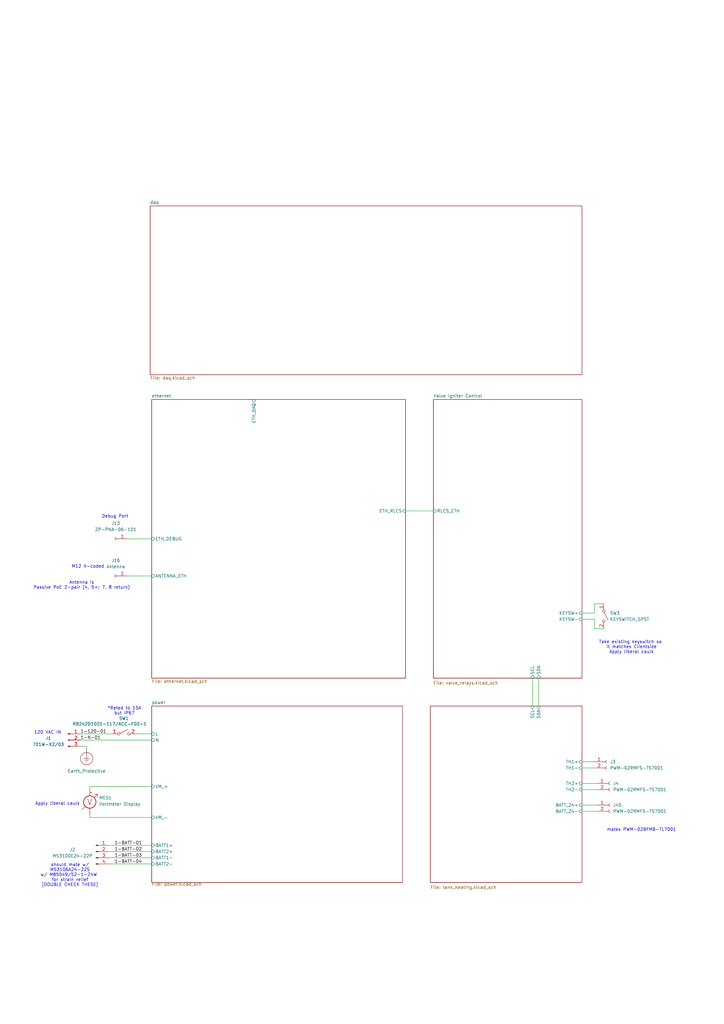
<source format=kicad_sch>
(kicad_sch (version 20231120) (generator "eeschema") (generator_version "8.0")
  (paper "A3" portrait)
  (lib_symbols
    (symbol "Connector:Conn_01x01_Socket" (pin_names (offset 1.016) hide)
      (property "Reference" "J" (at 0 2.54 0))
      (property "Value" "Conn_01x01_Socket" (at 0 -2.54 0))
      (symbol "Conn_01x01_Socket_1_1"
        (polyline (pts (xy -1.27 0) (xy -0.508 0)) (stroke (width 0.1524)))
        (arc (start 0 0.508) (mid -0.5058 0) (end 0 -0.508) (stroke (width 0.1524)))
        (pin passive line (at -5.08 0 0) (length 3.81) (name "Pin_1") (number "1"))
      )
    )
    (symbol "Connector:Conn_01x02_Socket" (pin_names (offset 1.016) hide)
      (property "Reference" "J" (at 0 2.54 0))
      (property "Value" "Conn_01x02_Socket" (at 0 -5.08 0))
      (symbol "Conn_01x02_Socket_1_1"
        (arc (start 0 -2.032) (mid -0.5058 -2.54) (end 0 -3.048) (stroke (width 0.1524)))
        (polyline (pts (xy -1.27 -2.54) (xy -0.508 -2.54)) (stroke (width 0.1524)))
        (polyline (pts (xy -1.27 0) (xy -0.508 0)) (stroke (width 0.1524)))
        (arc (start 0 0.508) (mid -0.5058 0) (end 0 -0.508) (stroke (width 0.1524)))
        (pin passive line (at -5.08 0 0) (length 3.81) (name "Pin_1") (number "1"))
        (pin passive line (at -5.08 -2.54 0) (length 3.81) (name "Pin_2") (number "2"))
      )
    )
    (symbol "Connector:Conn_01x03_Pin" (pin_names (offset 1.016) hide)
      (property "Reference" "J" (at 0 5.08 0))
      (property "Value" "Conn_01x03_Pin" (at 0 -5.08 0))
      (symbol "Conn_01x03_Pin_1_1"
        (polyline (pts (xy 1.27 -2.54) (xy 0.8636 -2.54)) (stroke (width 0.1524)))
        (polyline (pts (xy 1.27 0) (xy 0.8636 0)) (stroke (width 0.1524)))
        (polyline (pts (xy 1.27 2.54) (xy 0.8636 2.54)) (stroke (width 0.1524)))
        (rectangle (start 0.8636 -2.413) (end 0 -2.667) (stroke (width 0.1524)) (fill (type outline)))
        (rectangle (start 0.8636 0.127) (end 0 -0.127) (stroke (width 0.1524)) (fill (type outline)))
        (rectangle (start 0.8636 2.667) (end 0 2.413) (stroke (width 0.1524)) (fill (type outline)))
        (pin passive line (at 5.08 2.54 180) (length 3.81) (name "Pin_1") (number "1"))
        (pin passive line (at 5.08 0 180) (length 3.81) (name "Pin_2") (number "2"))
        (pin passive line (at 5.08 -2.54 180) (length 3.81) (name "Pin_3") (number "3"))
      )
    )
    (symbol "Connector:Conn_01x04_Pin" (pin_names (offset 1.016) hide)
      (property "Reference" "J" (at 0 5.08 0))
      (property "Value" "Conn_01x04_Pin" (at 0 -7.62 0))
      (symbol "Conn_01x04_Pin_1_1"
        (polyline (pts (xy 1.27 -5.08) (xy 0.8636 -5.08)) (stroke (width 0.1524)))
        (polyline (pts (xy 1.27 -2.54) (xy 0.8636 -2.54)) (stroke (width 0.1524)))
        (polyline (pts (xy 1.27 0) (xy 0.8636 0)) (stroke (width 0.1524)))
        (polyline (pts (xy 1.27 2.54) (xy 0.8636 2.54)) (stroke (width 0.1524)))
        (rectangle (start 0.8636 -4.953) (end 0 -5.207) (stroke (width 0.1524)) (fill (type outline)))
        (rectangle (start 0.8636 -2.413) (end 0 -2.667) (stroke (width 0.1524)) (fill (type outline)))
        (rectangle (start 0.8636 0.127) (end 0 -0.127) (stroke (width 0.1524)) (fill (type outline)))
        (rectangle (start 0.8636 2.667) (end 0 2.413) (stroke (width 0.1524)) (fill (type outline)))
        (pin passive line (at 5.08 2.54 180) (length 3.81) (name "Pin_1") (number "1"))
        (pin passive line (at 5.08 0 180) (length 3.81) (name "Pin_2") (number "2"))
        (pin passive line (at 5.08 -2.54 180) (length 3.81) (name "Pin_3") (number "3"))
        (pin passive line (at 5.08 -5.08 180) (length 3.81) (name "Pin_4") (number "4"))
      )
    )
    (symbol "Device:Voltmeter_DC" (pin_numbers hide) (pin_names (offset 0.0254) hide)
      (property "Reference" "MES" (at -3.302 1.016 0))
      (property "Value" "Voltmeter_DC" (at -3.302 -0.762 0))
      (symbol "Voltmeter_DC_0_0"
        (polyline (pts (xy -3.175 -3.175) (xy -1.905 -1.905)))
        (polyline (pts (xy 1.905 1.905) (xy 3.175 3.175)))
        (polyline (pts (xy 1.905 3.175) (xy 3.175 3.175) (xy 3.175 1.905)))
        (text "V" (at 0 0 0) (effects (font (size 2.54 2.54))))
      )
      (symbol "Voltmeter_DC_0_1"
        (polyline (pts (xy 0.254 3.81) (xy 0.762 3.81)))
        (polyline (pts (xy 0.508 4.064) (xy 0.508 3.556)))
        (circle (center 0 0) (radius 2.54) (stroke (width 0.254)))
      )
      (symbol "Voltmeter_DC_1_1"
        (pin passive line (at 0 -5.08 90) (length 2.54) (name "-") (number "1"))
        (pin passive line (at 0 5.08 270) (length 2.54) (name "+") (number "2"))
      )
    )
    (symbol "Switch:SW_SPST" (pin_names (offset 0) hide)
      (property "Reference" "SW" (at 0 3.175 0))
      (property "Value" "SW_SPST" (at 0 -2.54 0))
      (symbol "SW_SPST_0_0"
        (circle (center -2.032 0) (radius 0.508))
        (polyline (pts (xy -1.524 0.254) (xy 1.524 1.778)))
        (circle (center 2.032 0) (radius 0.508))
      )
      (symbol "SW_SPST_1_1"
        (pin passive line (at -5.08 0 0) (length 2.54) (name "A") (number "1"))
        (pin passive line (at 5.08 0 180) (length 2.54) (name "B") (number "2"))
      )
    )
    (symbol "power:Earth_Protective" (power) (pin_numbers hide) (pin_names (offset 0) hide)
      (property "Value" "Earth_Protective" (at 0 -7.62 0))
      (symbol "Earth_Protective_0_1"
        (circle (center 0 -3.81) (radius 2.54))
        (polyline (pts (xy -0.635 -4.445) (xy 0.635 -4.445)))
        (polyline (pts (xy -0.127 -5.08) (xy 0.127 -5.08)))
        (polyline (pts (xy 0 -3.81) (xy 0 0)))
        (polyline (pts (xy 1.27 -3.81) (xy -1.27 -3.81)))
      )
      (symbol "Earth_Protective_1_1"
        (pin power_in line (at 0 0 270) (length 0) (name "~") (number "1"))
      )
    )
  )
  (wire (pts (xy 243.84 251.46) (xy 243.84 247.65)))
  (wire (pts (xy 247.65 257.81) (xy 243.84 257.81)))
  (wire (pts (xy 238.76 251.46) (xy 243.84 251.46)))
  (wire (pts (xy 44.45 346.71) (xy 62.23 346.71)))
  (wire (pts (xy 220.98 278.13) (xy 220.98 289.56)))
  (wire (pts (xy 238.76 312.42) (xy 243.84 312.42)))
  (wire (pts (xy 238.76 330.2) (xy 245.11 330.2)))
  (wire (pts (xy 44.45 349.25) (xy 62.23 349.25)))
  (wire (pts (xy 33.02 300.99) (xy 45.72 300.99)))
  (wire (pts (xy 238.76 332.74) (xy 245.11 332.74)))
  (wire (pts (xy 52.07 220.98) (xy 62.23 220.98)))
  (wire (pts (xy 44.45 354.33) (xy 62.23 354.33)))
  (wire (pts (xy 36.83 334.01) (xy 36.83 335.28)))
  (wire (pts (xy 243.84 247.65) (xy 247.65 247.65)))
  (wire (pts (xy 238.76 323.85) (xy 245.11 323.85)))
  (wire (pts (xy 238.76 314.96) (xy 243.84 314.96)))
  (wire (pts (xy 55.88 300.99) (xy 62.23 300.99)))
  (wire (pts (xy 33.02 303.53) (xy 62.23 303.53)))
  (wire (pts (xy 35.56 306.07) (xy 35.56 307.34)))
  (wire (pts (xy 33.02 306.07) (xy 35.56 306.07)))
  (wire (pts (xy 36.83 335.28) (xy 62.23 335.28)))
  (wire (pts (xy 52.07 236.22) (xy 62.23 236.22)))
  (wire (pts (xy 243.84 257.81) (xy 243.84 254)))
  (wire (pts (xy 166.37 209.55) (xy 177.8 209.55)))
  (wire (pts (xy 243.84 254) (xy 238.76 254)))
  (wire (pts (xy 36.83 323.85) (xy 36.83 322.58)))
  (wire (pts (xy 218.44 278.13) (xy 218.44 289.56)))
  (wire (pts (xy 44.45 351.79) (xy 62.23 351.79)))
  (wire (pts (xy 36.83 322.58) (xy 62.23 322.58)))
  (wire (pts (xy 238.76 321.31) (xy 245.11 321.31)))
  (text "mates PWM-02BFMB-TL7001" (at 263.144 340.36 0) (effects (font (size 1.27 1.27))))
  (text "Debug Port" (at 47.244 211.836 0) (effects (font (size 1.27 1.27))))
  (text "Take existing keyswitch so \nit matches Clientside\nApply liberal caulk" (at 259.08 265.43 0) (effects (font (size 1.27 1.27))))
  (text "M12 X-coded" (at 36.068 232.41 0) (effects (font (size 1.27 1.27))))
  (text "Antenna is\nPassive PoE 2-pair (4, 5+; 7, 8 return)" (at 33.528 240.03 0) (effects (font (size 1.27 1.27))))
  (text "*Rated to 15A\nbut IP67" (at 51.054 291.592 0) (effects (font (size 1.27 1.27))))
  (text "should mate w/\nMS3106A24-22S\nw/ M85049/52-1-24W \nfor strain relief\n[DOUBLE CHECK THESE]" (at 28.702 358.902 0) (effects (font (size 1.27 1.27))))
  (text "Apply liberal caulk" (at 23.622 329.692 0) (effects (font (size 1.27 1.27))))
  (text "120 VAC IN" (at 19.558 300.482 0) (effects (font (size 1.27 1.27))))
  (label "1-BATT-02" (at 46.99 349.25 0))
  (label "1-BATT-04" (at 46.99 354.33 0))
  (label "1-BATT-01" (at 46.99 346.71 0))
  (label "1-BATT-03" (at 46.99 351.79 0))
  (label "1-120-01" (at 33.02 300.99 0))
  (label "1-N-01" (at 33.02 303.53 0))
  (symbol (lib_id "Connector:Conn_01x03_Pin") (at 27.94 303.53 0) (unit 1)
    (property "Reference" "J1" (at 19.812 302.768 0))
    (property "Value" "701W-X2/03" (at 19.812 305.308 0))
    (property "Description" "Generic connector, single row, 01x03, script generated" (effects (hide yes)))
  )
  (symbol (lib_id "Connector:Conn_01x02_Socket") (at 248.92 312.42 0) (unit 1)
    (property "Reference" "J3" (at 250.19 312.4199 0) (effects (justify left)))
    (property "Value" "PWM-02RMFS-TS7001" (at 250.19 314.9599 0) (effects (justify left)))
    (property "Description" "Generic connector, single row, 01x02, script generated" (effects (hide yes)))
  )
  (symbol (lib_id "Switch:SW_SPST") (at 50.8 300.99 0) (unit 1)
    (property "Reference" "SW1" (at 50.8 294.64 0))
    (property "Value" "RB242D1021-117/ACC-F02-1" (at 44.958 296.926 0))
    (property "Description" "Single Pole Single Throw (SPST) switch" (effects (hide yes)))
  )
  (symbol (lib_id "Switch:SW_SPST") (at 247.65 252.73 270) (unit 1)
    (property "Reference" "SW3" (at 250.19 251.4599 90) (effects (justify left)))
    (property "Value" "KEYSWITCH_SPST" (at 250.19 253.9999 90) (effects (justify left)))
    (property "Description" "Single Pole Single Throw (SPST) switch" (effects (hide yes)))
  )
  (symbol (lib_id "Connector:Conn_01x02_Socket") (at 250.19 330.2 0) (unit 1)
    (property "Reference" "J45" (at 251.46 330.1999 0) (effects (justify left)))
    (property "Value" "PWM-02RMFS-TS7001" (at 251.46 332.7399 0) (effects (justify left)))
    (property "Description" "Generic connector, single row, 01x02, script generated" (effects (hide yes)))
  )
  (symbol (lib_id "Connector:Conn_01x01_Socket") (at 46.99 220.98 180) (unit 1)
    (property "Reference" "J13" (at 47.498 214.63 0))
    (property "Value" "ZP-PNA-06-101" (at 47.498 217.17 0))
    (property "Description" "Generic connector, single row, 01x01, script generated" (effects (hide yes)))
  )
  (symbol (lib_id "Device:Voltmeter_DC") (at 36.83 328.93 0) (unit 1)
    (property "Reference" "MES1" (at 40.64 327.2154 0) (effects (justify left)))
    (property "Value" "Voltmeter Display" (at 40.64 329.7554 0) (effects (justify left)))
    (property "Description" "DC voltmeter" (effects (hide yes)))
  )
  (symbol (lib_id "Connector:Conn_01x04_Pin") (at 39.37 349.25 0) (unit 1)
    (property "Reference" "J2" (at 29.718 348.488 0))
    (property "Value" "MS3100E24-22P" (at 29.718 351.028 0))
    (property "Description" "Generic connector, single row, 01x04, script generated" (effects (hide yes)))
  )
  (symbol (lib_id "Connector:Conn_01x02_Socket") (at 250.19 321.31 0) (unit 1)
    (property "Reference" "J4" (at 251.46 321.3099 0) (effects (justify left)))
    (property "Value" "PWM-02RMFS-TS7001" (at 251.46 323.8499 0) (effects (justify left)))
    (property "Description" "Generic connector, single row, 01x02, script generated" (effects (hide yes)))
  )
  (symbol (lib_id "power:Earth_Protective") (at 35.56 307.34 0) (unit 1)
    (property "Reference" "#PWR01" (effects (hide yes)))
    (property "Value" "Earth_Protective" (at 35.56 316.23 0))
    (property "Description" "Power symbol creates a global label with name \"Earth_Protective\"" (effects (hide yes)))
  )
  (symbol (lib_id "Connector:Conn_01x01_Socket") (at 46.99 236.22 180) (unit 1)
    (property "Reference" "J16" (at 47.498 229.87 0))
    (property "Value" "Antenna" (at 47.498 232.41 0))
    (property "Description" "Generic connector, single row, 01x01, script generated" (effects (hide yes)))
  )
  (sheet (at 177.8 163.83) (size 60.96 114.3) (stroke (width 0.1524))
    (property "Sheetname" "Valve Igniter Control" (at 177.8 163.1184 0) (effects (justify left bottom)))
    (property "Sheetfile" "valve_relays.kicad_sch" (at 177.8 279.3496 0) (effects (justify left top)))
    (pin "SCL" input (at 218.44 278.13 270))
    (pin "SDA" input (at 220.98 278.13 270))
    (pin "KEYSW-" input (at 238.76 254 0))
    (pin "KEYSW+" input (at 238.76 251.46 0))
    (pin "RLCS_ETH" input (at 177.8 209.55 180))
  )
  (sheet (at 176.53 289.56) (size 62.23 72.39) (stroke (width 0.1524))
    (property "Sheetname" "tank_heating" (effects (hide yes)))
    (property "Sheetfile" "tank_heating.kicad_sch" (at 176.53 363.1696 0) (effects (justify left top)))
    (pin "BATT_24-" input (at 238.76 332.74 0))
    (pin "BATT_24+" input (at 238.76 330.2 0))
    (pin "TH2+" input (at 238.76 321.31 0))
    (pin "TH2-" input (at 238.76 323.85 0))
    (pin "SCL" input (at 218.44 289.56 90))
    (pin "SDA" input (at 220.98 289.56 90))
    (pin "TH1+" input (at 238.76 312.42 0))
    (pin "TH1-" input (at 238.76 314.96 0))
  )
  (sheet (at 61.595 84.455) (size 177.165 69.215) (stroke (width 0.1524))
    (property "Sheetname" "daq" (at 61.595 83.7434 0) (effects (justify left bottom)))
    (property "Sheetfile" "daq.kicad_sch" (at 61.595 154.2546 0) (effects (justify left top)))
  )
  (sheet (at 62.23 289.56) (size 102.87 72.39) (stroke (width 0.1524))
    (property "Sheetname" "power" (at 62.23 288.8484 0) (effects (justify left bottom)))
    (property "Sheetfile" "power.kicad_sch" (at 62.23 361.8996 0) (effects (justify left top)))
    (pin "L" input (at 62.23 300.99 180))
    (pin "N" input (at 62.23 303.53 180))
    (pin "BATT2-" input (at 62.23 354.33 180))
    (pin "BATT1+" input (at 62.23 346.71 180))
    (pin "BATT2+" input (at 62.23 349.25 180))
    (pin "BATT1-" input (at 62.23 351.79 180))
    (pin "VM_+" input (at 62.23 322.58 180))
    (pin "VM_-" input (at 62.23 335.28 180))
  )
  (sheet (at 62.23 163.83) (size 104.14 114.3) (stroke (width 0.1524))
    (property "Sheetname" "ethernet" (at 62.23 163.1184 0) (effects (justify left bottom)))
    (property "Sheetfile" "ethernet.kicad_sch" (at 62.23 278.7146 0) (effects (justify left top)))
    (pin "ANTENNA_ETH" input (at 62.23 236.22 180))
    (pin "ETH_DEBUG" input (at 62.23 220.98 180))
    (pin "ETH_DAQ" input (at 104.14 163.83 90))
    (pin "ETH_RLCS" input (at 166.37 209.55 0))
  )
)
</source>
